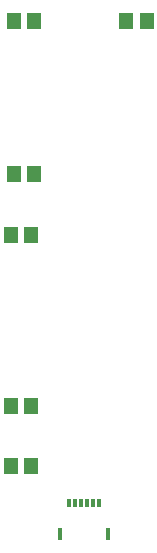
<source format=gtp>
G04 Layer_Color=8421504*
%FSAX24Y24*%
%MOIN*%
G70*
G01*
G75*
%ADD10R,0.0453X0.0551*%
%ADD11R,0.0118X0.0276*%
%ADD12R,0.0118X0.0394*%
D10*
X011656Y029800D02*
D03*
X012344D02*
D03*
X011556Y022650D02*
D03*
X012244D02*
D03*
X015406Y029800D02*
D03*
X016094D02*
D03*
X011656Y024700D02*
D03*
X012344D02*
D03*
X011556Y014950D02*
D03*
X012244D02*
D03*
X011556Y016950D02*
D03*
X012244D02*
D03*
D11*
X014492Y013740D02*
D03*
X014295D02*
D03*
X014098D02*
D03*
X013902D02*
D03*
X013705D02*
D03*
X013508D02*
D03*
D12*
X014803Y012697D02*
D03*
X013197D02*
D03*
M02*

</source>
